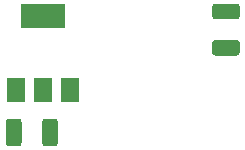
<source format=gtp>
G04 #@! TF.GenerationSoftware,KiCad,Pcbnew,(5.1.10)-1*
G04 #@! TF.CreationDate,2022-09-19T19:11:14+01:00*
G04 #@! TF.ProjectId,12v_servo_driver,3132765f-7365-4727-966f-5f6472697665,rev?*
G04 #@! TF.SameCoordinates,Original*
G04 #@! TF.FileFunction,Paste,Top*
G04 #@! TF.FilePolarity,Positive*
%FSLAX46Y46*%
G04 Gerber Fmt 4.6, Leading zero omitted, Abs format (unit mm)*
G04 Created by KiCad (PCBNEW (5.1.10)-1) date 2022-09-19 19:11:14*
%MOMM*%
%LPD*%
G01*
G04 APERTURE LIST*
%ADD10R,3.800000X2.000000*%
%ADD11R,1.500000X2.000000*%
G04 APERTURE END LIST*
G36*
G01*
X143918500Y-114594199D02*
X143918500Y-116444201D01*
G75*
G02*
X143668501Y-116694200I-249999J0D01*
G01*
X142843499Y-116694200D01*
G75*
G02*
X142593500Y-116444201I0J249999D01*
G01*
X142593500Y-114594199D01*
G75*
G02*
X142843499Y-114344200I249999J0D01*
G01*
X143668501Y-114344200D01*
G75*
G02*
X143918500Y-114594199I0J-249999D01*
G01*
G37*
G36*
G01*
X146993500Y-114594199D02*
X146993500Y-116444201D01*
G75*
G02*
X146743501Y-116694200I-249999J0D01*
G01*
X145918499Y-116694200D01*
G75*
G02*
X145668500Y-116444201I0J249999D01*
G01*
X145668500Y-114594199D01*
G75*
G02*
X145918499Y-114344200I249999J0D01*
G01*
X146743501Y-114344200D01*
G75*
G02*
X146993500Y-114594199I0J-249999D01*
G01*
G37*
G36*
G01*
X162151501Y-109007000D02*
X160301499Y-109007000D01*
G75*
G02*
X160051500Y-108757001I0J249999D01*
G01*
X160051500Y-107931999D01*
G75*
G02*
X160301499Y-107682000I249999J0D01*
G01*
X162151501Y-107682000D01*
G75*
G02*
X162401500Y-107931999I0J-249999D01*
G01*
X162401500Y-108757001D01*
G75*
G02*
X162151501Y-109007000I-249999J0D01*
G01*
G37*
G36*
G01*
X162151501Y-105932000D02*
X160301499Y-105932000D01*
G75*
G02*
X160051500Y-105682001I0J249999D01*
G01*
X160051500Y-104856999D01*
G75*
G02*
X160301499Y-104607000I249999J0D01*
G01*
X162151501Y-104607000D01*
G75*
G02*
X162401500Y-104856999I0J-249999D01*
G01*
X162401500Y-105682001D01*
G75*
G02*
X162151501Y-105932000I-249999J0D01*
G01*
G37*
D10*
X145757900Y-105638600D03*
D11*
X145757900Y-111938600D03*
X148057900Y-111938600D03*
X143457900Y-111938600D03*
M02*

</source>
